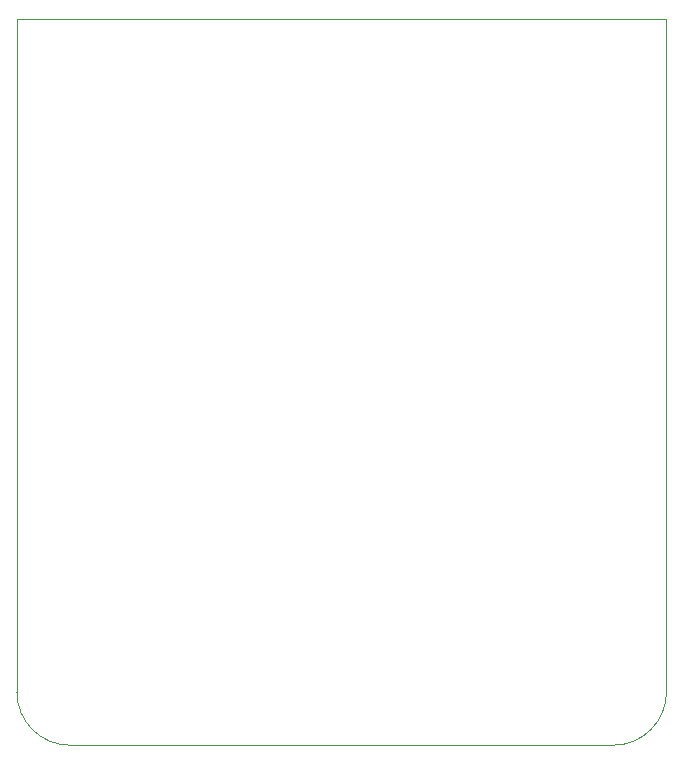
<source format=gbr>
%TF.GenerationSoftware,KiCad,Pcbnew,7.0.1*%
%TF.CreationDate,2023-04-23T15:33:48-04:00*%
%TF.ProjectId,board_v2,626f6172-645f-4763-922e-6b696361645f,rev?*%
%TF.SameCoordinates,Original*%
%TF.FileFunction,Profile,NP*%
%FSLAX46Y46*%
G04 Gerber Fmt 4.6, Leading zero omitted, Abs format (unit mm)*
G04 Created by KiCad (PCBNEW 7.0.1) date 2023-04-23 15:33:48*
%MOMM*%
%LPD*%
G01*
G04 APERTURE LIST*
%TA.AperFunction,Profile*%
%ADD10C,0.100000*%
%TD*%
G04 APERTURE END LIST*
D10*
X150500000Y-122000000D02*
G75*
G03*
X155000000Y-117500000I0J4500000D01*
G01*
X100000000Y-117500000D02*
G75*
G03*
X104500000Y-122000000I4500000J0D01*
G01*
X155000000Y-60500000D02*
X100000000Y-60500000D01*
X100000000Y-117500000D02*
X100000000Y-60500000D01*
X104500000Y-122000000D02*
X150500000Y-122000000D01*
X155000000Y-60500000D02*
X155000000Y-117500000D01*
M02*

</source>
